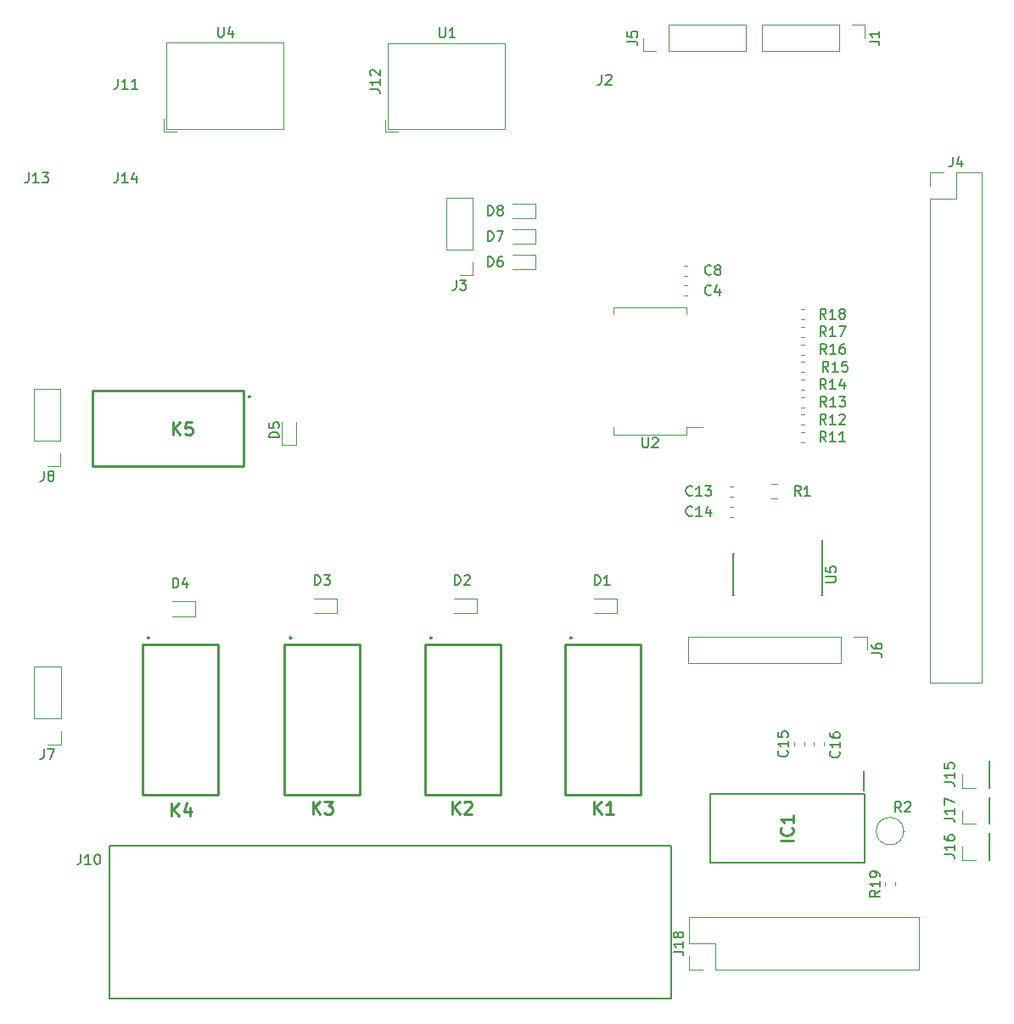
<source format=gbr>
G04 #@! TF.GenerationSoftware,KiCad,Pcbnew,5.0.2+dfsg1-1*
G04 #@! TF.CreationDate,2019-04-16T19:48:13-04:00*
G04 #@! TF.ProjectId,ThorntonAudio,54686f72-6e74-46f6-9e41-7564696f2e6b,rev?*
G04 #@! TF.SameCoordinates,Original*
G04 #@! TF.FileFunction,Legend,Top*
G04 #@! TF.FilePolarity,Positive*
%FSLAX46Y46*%
G04 Gerber Fmt 4.6, Leading zero omitted, Abs format (unit mm)*
G04 Created by KiCad (PCBNEW 5.0.2+dfsg1-1) date Tue 16 Apr 2019 07:48:13 PM EDT*
%MOMM*%
%LPD*%
G01*
G04 APERTURE LIST*
%ADD10C,0.120000*%
%ADD11C,0.254000*%
%ADD12C,0.200000*%
%ADD13C,0.150000*%
G04 APERTURE END LIST*
D10*
G04 #@! TO.C,R13*
X210374721Y-94990000D02*
X210700279Y-94990000D01*
X210374721Y-96010000D02*
X210700279Y-96010000D01*
G04 #@! TO.C,R12*
X210337221Y-97760000D02*
X210662779Y-97760000D01*
X210337221Y-96740000D02*
X210662779Y-96740000D01*
G04 #@! TO.C,R11*
X210337221Y-98490000D02*
X210662779Y-98490000D01*
X210337221Y-99510000D02*
X210662779Y-99510000D01*
G04 #@! TO.C,R15*
X210374721Y-92510000D02*
X210700279Y-92510000D01*
X210374721Y-91490000D02*
X210700279Y-91490000D01*
G04 #@! TO.C,R16*
X210374721Y-89740000D02*
X210700279Y-89740000D01*
X210374721Y-90760000D02*
X210700279Y-90760000D01*
G04 #@! TO.C,R17*
X210337221Y-89010000D02*
X210662779Y-89010000D01*
X210337221Y-87990000D02*
X210662779Y-87990000D01*
G04 #@! TO.C,R18*
X210337221Y-86240000D02*
X210662779Y-86240000D01*
X210337221Y-87260000D02*
X210662779Y-87260000D01*
G04 #@! TO.C,R14*
X210337221Y-94260000D02*
X210662779Y-94260000D01*
X210337221Y-93240000D02*
X210662779Y-93240000D01*
G04 #@! TO.C,R19*
X218705000Y-143725279D02*
X218705000Y-143399721D01*
X219725000Y-143725279D02*
X219725000Y-143399721D01*
G04 #@! TO.C,C16*
X212685000Y-129437221D02*
X212685000Y-129762779D01*
X211665000Y-129437221D02*
X211665000Y-129762779D01*
G04 #@! TO.C,C4*
X199030674Y-83831149D02*
X198705116Y-83831149D01*
X199030674Y-84851149D02*
X198705116Y-84851149D01*
G04 #@! TO.C,C8*
X199030674Y-82894000D02*
X198705116Y-82894000D01*
X199030674Y-81874000D02*
X198705116Y-81874000D01*
G04 #@! TO.C,U1*
X169129000Y-59690000D02*
X180850000Y-59690000D01*
X169129000Y-68310000D02*
X180850000Y-68310000D01*
X169129000Y-59690000D02*
X169129000Y-68310000D01*
X180850000Y-59690000D02*
X180850000Y-68310000D01*
X168889000Y-67310000D02*
X168889000Y-68550000D01*
X168889000Y-68550000D02*
X170129000Y-68550000D01*
G04 #@! TO.C,J7*
X136495000Y-121894000D02*
X133835000Y-121894000D01*
X136495000Y-127034000D02*
X136495000Y-121894000D01*
X133835000Y-127034000D02*
X133835000Y-121894000D01*
X136495000Y-127034000D02*
X133835000Y-127034000D01*
X136495000Y-128304000D02*
X136495000Y-129634000D01*
X136495000Y-129634000D02*
X135165000Y-129634000D01*
G04 #@! TO.C,J8*
X136469500Y-101914000D02*
X135139500Y-101914000D01*
X136469500Y-100584000D02*
X136469500Y-101914000D01*
X136469500Y-99314000D02*
X133809500Y-99314000D01*
X133809500Y-99314000D02*
X133809500Y-94174000D01*
X136469500Y-99314000D02*
X136469500Y-94174000D01*
X136469500Y-94174000D02*
X133809500Y-94174000D01*
G04 #@! TO.C,J3*
X177617500Y-75124000D02*
X174957500Y-75124000D01*
X177617500Y-80264000D02*
X177617500Y-75124000D01*
X174957500Y-80264000D02*
X174957500Y-75124000D01*
X177617500Y-80264000D02*
X174957500Y-80264000D01*
X177617500Y-81534000D02*
X177617500Y-82864000D01*
X177617500Y-82864000D02*
X176287500Y-82864000D01*
D11*
G04 #@! TO.C,K2*
X172851500Y-119634000D02*
X180351500Y-119634000D01*
X180351500Y-119634000D02*
X180351500Y-134634000D01*
X180351500Y-134634000D02*
X172851500Y-134634000D01*
X172851500Y-134634000D02*
X172851500Y-119634000D01*
X173527820Y-118997000D02*
G75*
G03X173527820Y-118997000I-76320J0D01*
G01*
G04 #@! TO.C,K3*
X159507820Y-118997000D02*
G75*
G03X159507820Y-118997000I-76320J0D01*
G01*
X158831500Y-134634000D02*
X158831500Y-119634000D01*
X166331500Y-134634000D02*
X158831500Y-134634000D01*
X166331500Y-119634000D02*
X166331500Y-134634000D01*
X158831500Y-119634000D02*
X166331500Y-119634000D01*
G04 #@! TO.C,K1*
X186821500Y-119634000D02*
X194321500Y-119634000D01*
X194321500Y-119634000D02*
X194321500Y-134634000D01*
X194321500Y-134634000D02*
X186821500Y-134634000D01*
X186821500Y-134634000D02*
X186821500Y-119634000D01*
X187497820Y-118997000D02*
G75*
G03X187497820Y-118997000I-76320J0D01*
G01*
G04 #@! TO.C,K5*
X155410820Y-94954000D02*
G75*
G03X155410820Y-94954000I-76320J0D01*
G01*
X139697500Y-94354000D02*
X154697500Y-94354000D01*
X139697500Y-101854000D02*
X139697500Y-94354000D01*
X154697500Y-101854000D02*
X139697500Y-101854000D01*
X154697500Y-94354000D02*
X154697500Y-101854000D01*
G04 #@! TO.C,K4*
X144657500Y-119634000D02*
X152157500Y-119634000D01*
X152157500Y-119634000D02*
X152157500Y-134634000D01*
X152157500Y-134634000D02*
X144657500Y-134634000D01*
X144657500Y-134634000D02*
X144657500Y-119634000D01*
X145333820Y-118997000D02*
G75*
G03X145333820Y-118997000I-76320J0D01*
G01*
D10*
G04 #@! TO.C,D6*
X183894000Y-80799000D02*
X181609000Y-80799000D01*
X183894000Y-82269000D02*
X183894000Y-80799000D01*
X181609000Y-82269000D02*
X183894000Y-82269000D01*
G04 #@! TO.C,D7*
X181609000Y-79729000D02*
X183894000Y-79729000D01*
X183894000Y-79729000D02*
X183894000Y-78259000D01*
X183894000Y-78259000D02*
X181609000Y-78259000D01*
G04 #@! TO.C,D8*
X183894000Y-75719000D02*
X181609000Y-75719000D01*
X183894000Y-77189000D02*
X183894000Y-75719000D01*
X181609000Y-77189000D02*
X183894000Y-77189000D01*
G04 #@! TO.C,D4*
X147607500Y-116847000D02*
X149892500Y-116847000D01*
X149892500Y-116847000D02*
X149892500Y-115377000D01*
X149892500Y-115377000D02*
X147607500Y-115377000D01*
G04 #@! TO.C,D3*
X164056500Y-115089000D02*
X161771500Y-115089000D01*
X164056500Y-116559000D02*
X164056500Y-115089000D01*
X161771500Y-116559000D02*
X164056500Y-116559000D01*
G04 #@! TO.C,D2*
X175741500Y-116559000D02*
X178026500Y-116559000D01*
X178026500Y-116559000D02*
X178026500Y-115089000D01*
X178026500Y-115089000D02*
X175741500Y-115089000D01*
G04 #@! TO.C,D5*
X160004500Y-99783000D02*
X160004500Y-97498000D01*
X158534500Y-99783000D02*
X160004500Y-99783000D01*
X158534500Y-97498000D02*
X158534500Y-99783000D01*
G04 #@! TO.C,D1*
X189711500Y-116559000D02*
X191996500Y-116559000D01*
X191996500Y-116559000D02*
X191996500Y-115089000D01*
X191996500Y-115089000D02*
X189711500Y-115089000D01*
G04 #@! TO.C,U2*
X200522500Y-98024000D02*
X198907500Y-98024000D01*
X198907500Y-98024000D02*
X198907500Y-98744000D01*
X198907500Y-98744000D02*
X191687500Y-98744000D01*
X191687500Y-98744000D02*
X191687500Y-98024000D01*
X198907500Y-86744000D02*
X198907500Y-86024000D01*
X198907500Y-86024000D02*
X191687500Y-86024000D01*
X191687500Y-86024000D02*
X191687500Y-86744000D01*
G04 #@! TO.C,J18*
X222150000Y-152080000D02*
X222150000Y-146880000D01*
X201770000Y-152080000D02*
X222150000Y-152080000D01*
X199170000Y-146880000D02*
X222150000Y-146880000D01*
X201770000Y-152080000D02*
X201770000Y-149480000D01*
X201770000Y-149480000D02*
X199170000Y-149480000D01*
X199170000Y-149480000D02*
X199170000Y-146880000D01*
X200500000Y-152080000D02*
X199170000Y-152080000D01*
X199170000Y-152080000D02*
X199170000Y-150750000D01*
G04 #@! TO.C,C15*
X210710000Y-129762779D02*
X210710000Y-129437221D01*
X209690000Y-129762779D02*
X209690000Y-129437221D01*
D12*
G04 #@! TO.C,IC1*
X216700000Y-134600000D02*
X216700000Y-141400000D01*
X216700000Y-141400000D02*
X201300000Y-141400000D01*
X201300000Y-141400000D02*
X201300000Y-134600000D01*
X201300000Y-134600000D02*
X216700000Y-134600000D01*
X216660000Y-132300000D02*
X216660000Y-134250000D01*
D10*
G04 #@! TO.C,R2*
X220605000Y-138275000D02*
G75*
G03X220605000Y-138275000I-1370000J0D01*
G01*
X220605000Y-138275000D02*
X220675000Y-138275000D01*
G04 #@! TO.C,J16*
X229130000Y-141130000D02*
X229130000Y-138470000D01*
X229070000Y-141130000D02*
X229130000Y-141130000D01*
X229070000Y-138470000D02*
X229130000Y-138470000D01*
X229070000Y-141130000D02*
X229070000Y-138470000D01*
X227800000Y-141130000D02*
X226470000Y-141130000D01*
X226470000Y-141130000D02*
X226470000Y-139800000D01*
G04 #@! TO.C,J15*
X226470000Y-133930000D02*
X226470000Y-132600000D01*
X227800000Y-133930000D02*
X226470000Y-133930000D01*
X229070000Y-133930000D02*
X229070000Y-131270000D01*
X229070000Y-131270000D02*
X229130000Y-131270000D01*
X229070000Y-133930000D02*
X229130000Y-133930000D01*
X229130000Y-133930000D02*
X229130000Y-131270000D01*
G04 #@! TO.C,J17*
X229130000Y-137530000D02*
X229130000Y-134870000D01*
X229070000Y-137530000D02*
X229130000Y-137530000D01*
X229070000Y-134870000D02*
X229130000Y-134870000D01*
X229070000Y-137530000D02*
X229070000Y-134870000D01*
X227800000Y-137530000D02*
X226470000Y-137530000D01*
X226470000Y-137530000D02*
X226470000Y-136200000D01*
G04 #@! TO.C,J6*
X199076000Y-118878000D02*
X199076000Y-121538000D01*
X214376000Y-118878000D02*
X199076000Y-118878000D01*
X214376000Y-121538000D02*
X199076000Y-121538000D01*
X214376000Y-118878000D02*
X214376000Y-121538000D01*
X215646000Y-118878000D02*
X216976000Y-118878000D01*
X216976000Y-118878000D02*
X216976000Y-120208000D01*
G04 #@! TO.C,C14*
X203591279Y-105916000D02*
X203265721Y-105916000D01*
X203591279Y-106936000D02*
X203265721Y-106936000D01*
G04 #@! TO.C,C13*
X203591279Y-104904000D02*
X203265721Y-104904000D01*
X203591279Y-103884000D02*
X203265721Y-103884000D01*
D13*
G04 #@! TO.C,U5*
X212476000Y-110607000D02*
X212451000Y-110607000D01*
X212476000Y-114757000D02*
X212361000Y-114757000D01*
X203576000Y-114757000D02*
X203691000Y-114757000D01*
X203576000Y-110607000D02*
X203691000Y-110607000D01*
X212476000Y-110607000D02*
X212476000Y-114757000D01*
X203576000Y-110607000D02*
X203576000Y-114757000D01*
X212451000Y-110607000D02*
X212451000Y-109232000D01*
D10*
G04 #@! TO.C,R1*
X207952078Y-105104000D02*
X207434922Y-105104000D01*
X207952078Y-103684000D02*
X207434922Y-103684000D01*
D13*
G04 #@! TO.C,J10*
X141380000Y-155000000D02*
X197380000Y-155000000D01*
X141380000Y-155000000D02*
X141380000Y-139760000D01*
X141380000Y-139760000D02*
X197380000Y-139760000D01*
X197380000Y-139760000D02*
X197380000Y-155000000D01*
D10*
G04 #@! TO.C,J5*
X204856000Y-60512000D02*
X204856000Y-57852000D01*
X197176000Y-60512000D02*
X204856000Y-60512000D01*
X197176000Y-57852000D02*
X204856000Y-57852000D01*
X197176000Y-60512000D02*
X197176000Y-57852000D01*
X195906000Y-60512000D02*
X194576000Y-60512000D01*
X194576000Y-60512000D02*
X194576000Y-59182000D01*
G04 #@! TO.C,J1*
X206453500Y-57852000D02*
X206453500Y-60512000D01*
X214133500Y-57852000D02*
X206453500Y-57852000D01*
X214133500Y-60512000D02*
X206453500Y-60512000D01*
X214133500Y-57852000D02*
X214133500Y-60512000D01*
X215403500Y-57852000D02*
X216733500Y-57852000D01*
X216733500Y-57852000D02*
X216733500Y-59182000D01*
G04 #@! TO.C,J4*
X223217500Y-123504000D02*
X228417500Y-123504000D01*
X223217500Y-75184000D02*
X223217500Y-123504000D01*
X228417500Y-72584000D02*
X228417500Y-123504000D01*
X223217500Y-75184000D02*
X225817500Y-75184000D01*
X225817500Y-75184000D02*
X225817500Y-72584000D01*
X225817500Y-72584000D02*
X228417500Y-72584000D01*
X223217500Y-73914000D02*
X223217500Y-72584000D01*
X223217500Y-72584000D02*
X224547500Y-72584000D01*
G04 #@! TO.C,U4*
X147029000Y-59640000D02*
X158750000Y-59640000D01*
X147029000Y-68260000D02*
X158750000Y-68260000D01*
X147029000Y-59640000D02*
X147029000Y-68260000D01*
X158750000Y-59640000D02*
X158750000Y-68260000D01*
X146789000Y-67260000D02*
X146789000Y-68500000D01*
X146789000Y-68500000D02*
X148029000Y-68500000D01*
G04 #@! TO.C,R13*
D13*
X212894642Y-95952380D02*
X212561309Y-95476190D01*
X212323214Y-95952380D02*
X212323214Y-94952380D01*
X212704166Y-94952380D01*
X212799404Y-95000000D01*
X212847023Y-95047619D01*
X212894642Y-95142857D01*
X212894642Y-95285714D01*
X212847023Y-95380952D01*
X212799404Y-95428571D01*
X212704166Y-95476190D01*
X212323214Y-95476190D01*
X213847023Y-95952380D02*
X213275595Y-95952380D01*
X213561309Y-95952380D02*
X213561309Y-94952380D01*
X213466071Y-95095238D01*
X213370833Y-95190476D01*
X213275595Y-95238095D01*
X214180357Y-94952380D02*
X214799404Y-94952380D01*
X214466071Y-95333333D01*
X214608928Y-95333333D01*
X214704166Y-95380952D01*
X214751785Y-95428571D01*
X214799404Y-95523809D01*
X214799404Y-95761904D01*
X214751785Y-95857142D01*
X214704166Y-95904761D01*
X214608928Y-95952380D01*
X214323214Y-95952380D01*
X214227976Y-95904761D01*
X214180357Y-95857142D01*
G04 #@! TO.C,R12*
X212857142Y-97702380D02*
X212523809Y-97226190D01*
X212285714Y-97702380D02*
X212285714Y-96702380D01*
X212666666Y-96702380D01*
X212761904Y-96750000D01*
X212809523Y-96797619D01*
X212857142Y-96892857D01*
X212857142Y-97035714D01*
X212809523Y-97130952D01*
X212761904Y-97178571D01*
X212666666Y-97226190D01*
X212285714Y-97226190D01*
X213809523Y-97702380D02*
X213238095Y-97702380D01*
X213523809Y-97702380D02*
X213523809Y-96702380D01*
X213428571Y-96845238D01*
X213333333Y-96940476D01*
X213238095Y-96988095D01*
X214190476Y-96797619D02*
X214238095Y-96750000D01*
X214333333Y-96702380D01*
X214571428Y-96702380D01*
X214666666Y-96750000D01*
X214714285Y-96797619D01*
X214761904Y-96892857D01*
X214761904Y-96988095D01*
X214714285Y-97130952D01*
X214142857Y-97702380D01*
X214761904Y-97702380D01*
G04 #@! TO.C,R11*
X212857142Y-99452380D02*
X212523809Y-98976190D01*
X212285714Y-99452380D02*
X212285714Y-98452380D01*
X212666666Y-98452380D01*
X212761904Y-98500000D01*
X212809523Y-98547619D01*
X212857142Y-98642857D01*
X212857142Y-98785714D01*
X212809523Y-98880952D01*
X212761904Y-98928571D01*
X212666666Y-98976190D01*
X212285714Y-98976190D01*
X213809523Y-99452380D02*
X213238095Y-99452380D01*
X213523809Y-99452380D02*
X213523809Y-98452380D01*
X213428571Y-98595238D01*
X213333333Y-98690476D01*
X213238095Y-98738095D01*
X214761904Y-99452380D02*
X214190476Y-99452380D01*
X214476190Y-99452380D02*
X214476190Y-98452380D01*
X214380952Y-98595238D01*
X214285714Y-98690476D01*
X214190476Y-98738095D01*
G04 #@! TO.C,R15*
X213094642Y-92452380D02*
X212761309Y-91976190D01*
X212523214Y-92452380D02*
X212523214Y-91452380D01*
X212904166Y-91452380D01*
X212999404Y-91500000D01*
X213047023Y-91547619D01*
X213094642Y-91642857D01*
X213094642Y-91785714D01*
X213047023Y-91880952D01*
X212999404Y-91928571D01*
X212904166Y-91976190D01*
X212523214Y-91976190D01*
X214047023Y-92452380D02*
X213475595Y-92452380D01*
X213761309Y-92452380D02*
X213761309Y-91452380D01*
X213666071Y-91595238D01*
X213570833Y-91690476D01*
X213475595Y-91738095D01*
X214951785Y-91452380D02*
X214475595Y-91452380D01*
X214427976Y-91928571D01*
X214475595Y-91880952D01*
X214570833Y-91833333D01*
X214808928Y-91833333D01*
X214904166Y-91880952D01*
X214951785Y-91928571D01*
X214999404Y-92023809D01*
X214999404Y-92261904D01*
X214951785Y-92357142D01*
X214904166Y-92404761D01*
X214808928Y-92452380D01*
X214570833Y-92452380D01*
X214475595Y-92404761D01*
X214427976Y-92357142D01*
G04 #@! TO.C,R16*
X212879641Y-90687379D02*
X212546308Y-90211189D01*
X212308213Y-90687379D02*
X212308213Y-89687379D01*
X212689165Y-89687379D01*
X212784403Y-89734999D01*
X212832022Y-89782618D01*
X212879641Y-89877856D01*
X212879641Y-90020713D01*
X212832022Y-90115951D01*
X212784403Y-90163570D01*
X212689165Y-90211189D01*
X212308213Y-90211189D01*
X213832022Y-90687379D02*
X213260594Y-90687379D01*
X213546308Y-90687379D02*
X213546308Y-89687379D01*
X213451070Y-89830237D01*
X213355832Y-89925475D01*
X213260594Y-89973094D01*
X214689165Y-89687379D02*
X214498689Y-89687379D01*
X214403451Y-89734999D01*
X214355832Y-89782618D01*
X214260594Y-89925475D01*
X214212975Y-90115951D01*
X214212975Y-90496903D01*
X214260594Y-90592141D01*
X214308213Y-90639760D01*
X214403451Y-90687379D01*
X214593927Y-90687379D01*
X214689165Y-90639760D01*
X214736784Y-90592141D01*
X214784403Y-90496903D01*
X214784403Y-90258808D01*
X214736784Y-90163570D01*
X214689165Y-90115951D01*
X214593927Y-90068332D01*
X214403451Y-90068332D01*
X214308213Y-90115951D01*
X214260594Y-90163570D01*
X214212975Y-90258808D01*
G04 #@! TO.C,R17*
X212857142Y-88952380D02*
X212523809Y-88476190D01*
X212285714Y-88952380D02*
X212285714Y-87952380D01*
X212666666Y-87952380D01*
X212761904Y-88000000D01*
X212809523Y-88047619D01*
X212857142Y-88142857D01*
X212857142Y-88285714D01*
X212809523Y-88380952D01*
X212761904Y-88428571D01*
X212666666Y-88476190D01*
X212285714Y-88476190D01*
X213809523Y-88952380D02*
X213238095Y-88952380D01*
X213523809Y-88952380D02*
X213523809Y-87952380D01*
X213428571Y-88095238D01*
X213333333Y-88190476D01*
X213238095Y-88238095D01*
X214142857Y-87952380D02*
X214809523Y-87952380D01*
X214380952Y-88952380D01*
G04 #@! TO.C,R18*
X212857142Y-87202380D02*
X212523809Y-86726190D01*
X212285714Y-87202380D02*
X212285714Y-86202380D01*
X212666666Y-86202380D01*
X212761904Y-86250000D01*
X212809523Y-86297619D01*
X212857142Y-86392857D01*
X212857142Y-86535714D01*
X212809523Y-86630952D01*
X212761904Y-86678571D01*
X212666666Y-86726190D01*
X212285714Y-86726190D01*
X213809523Y-87202380D02*
X213238095Y-87202380D01*
X213523809Y-87202380D02*
X213523809Y-86202380D01*
X213428571Y-86345238D01*
X213333333Y-86440476D01*
X213238095Y-86488095D01*
X214380952Y-86630952D02*
X214285714Y-86583333D01*
X214238095Y-86535714D01*
X214190476Y-86440476D01*
X214190476Y-86392857D01*
X214238095Y-86297619D01*
X214285714Y-86250000D01*
X214380952Y-86202380D01*
X214571428Y-86202380D01*
X214666666Y-86250000D01*
X214714285Y-86297619D01*
X214761904Y-86392857D01*
X214761904Y-86440476D01*
X214714285Y-86535714D01*
X214666666Y-86583333D01*
X214571428Y-86630952D01*
X214380952Y-86630952D01*
X214285714Y-86678571D01*
X214238095Y-86726190D01*
X214190476Y-86821428D01*
X214190476Y-87011904D01*
X214238095Y-87107142D01*
X214285714Y-87154761D01*
X214380952Y-87202380D01*
X214571428Y-87202380D01*
X214666666Y-87154761D01*
X214714285Y-87107142D01*
X214761904Y-87011904D01*
X214761904Y-86821428D01*
X214714285Y-86726190D01*
X214666666Y-86678571D01*
X214571428Y-86630952D01*
G04 #@! TO.C,R14*
X212857142Y-94202380D02*
X212523809Y-93726190D01*
X212285714Y-94202380D02*
X212285714Y-93202380D01*
X212666666Y-93202380D01*
X212761904Y-93250000D01*
X212809523Y-93297619D01*
X212857142Y-93392857D01*
X212857142Y-93535714D01*
X212809523Y-93630952D01*
X212761904Y-93678571D01*
X212666666Y-93726190D01*
X212285714Y-93726190D01*
X213809523Y-94202380D02*
X213238095Y-94202380D01*
X213523809Y-94202380D02*
X213523809Y-93202380D01*
X213428571Y-93345238D01*
X213333333Y-93440476D01*
X213238095Y-93488095D01*
X214666666Y-93535714D02*
X214666666Y-94202380D01*
X214428571Y-93154761D02*
X214190476Y-93869047D01*
X214809523Y-93869047D01*
G04 #@! TO.C,R19*
X218237380Y-144205357D02*
X217761190Y-144538690D01*
X218237380Y-144776785D02*
X217237380Y-144776785D01*
X217237380Y-144395833D01*
X217285000Y-144300595D01*
X217332619Y-144252976D01*
X217427857Y-144205357D01*
X217570714Y-144205357D01*
X217665952Y-144252976D01*
X217713571Y-144300595D01*
X217761190Y-144395833D01*
X217761190Y-144776785D01*
X218237380Y-143252976D02*
X218237380Y-143824404D01*
X218237380Y-143538690D02*
X217237380Y-143538690D01*
X217380238Y-143633928D01*
X217475476Y-143729166D01*
X217523095Y-143824404D01*
X218237380Y-142776785D02*
X218237380Y-142586309D01*
X218189761Y-142491071D01*
X218142142Y-142443452D01*
X217999285Y-142348214D01*
X217808809Y-142300595D01*
X217427857Y-142300595D01*
X217332619Y-142348214D01*
X217285000Y-142395833D01*
X217237380Y-142491071D01*
X217237380Y-142681547D01*
X217285000Y-142776785D01*
X217332619Y-142824404D01*
X217427857Y-142872023D01*
X217665952Y-142872023D01*
X217761190Y-142824404D01*
X217808809Y-142776785D01*
X217856428Y-142681547D01*
X217856428Y-142491071D01*
X217808809Y-142395833D01*
X217761190Y-142348214D01*
X217665952Y-142300595D01*
G04 #@! TO.C,C16*
X214132142Y-130317857D02*
X214179761Y-130365476D01*
X214227380Y-130508333D01*
X214227380Y-130603571D01*
X214179761Y-130746428D01*
X214084523Y-130841666D01*
X213989285Y-130889285D01*
X213798809Y-130936904D01*
X213655952Y-130936904D01*
X213465476Y-130889285D01*
X213370238Y-130841666D01*
X213275000Y-130746428D01*
X213227380Y-130603571D01*
X213227380Y-130508333D01*
X213275000Y-130365476D01*
X213322619Y-130317857D01*
X214227380Y-129365476D02*
X214227380Y-129936904D01*
X214227380Y-129651190D02*
X213227380Y-129651190D01*
X213370238Y-129746428D01*
X213465476Y-129841666D01*
X213513095Y-129936904D01*
X213227380Y-128508333D02*
X213227380Y-128698809D01*
X213275000Y-128794047D01*
X213322619Y-128841666D01*
X213465476Y-128936904D01*
X213655952Y-128984523D01*
X214036904Y-128984523D01*
X214132142Y-128936904D01*
X214179761Y-128889285D01*
X214227380Y-128794047D01*
X214227380Y-128603571D01*
X214179761Y-128508333D01*
X214132142Y-128460714D01*
X214036904Y-128413095D01*
X213798809Y-128413095D01*
X213703571Y-128460714D01*
X213655952Y-128508333D01*
X213608333Y-128603571D01*
X213608333Y-128794047D01*
X213655952Y-128889285D01*
X213703571Y-128936904D01*
X213798809Y-128984523D01*
G04 #@! TO.C,C4*
X201380833Y-84741142D02*
X201333214Y-84788761D01*
X201190357Y-84836380D01*
X201095119Y-84836380D01*
X200952261Y-84788761D01*
X200857023Y-84693523D01*
X200809404Y-84598285D01*
X200761785Y-84407809D01*
X200761785Y-84264952D01*
X200809404Y-84074476D01*
X200857023Y-83979238D01*
X200952261Y-83884000D01*
X201095119Y-83836380D01*
X201190357Y-83836380D01*
X201333214Y-83884000D01*
X201380833Y-83931619D01*
X202237976Y-84169714D02*
X202237976Y-84836380D01*
X201999880Y-83788761D02*
X201761785Y-84503047D01*
X202380833Y-84503047D01*
G04 #@! TO.C,C8*
X201380833Y-82741142D02*
X201333214Y-82788761D01*
X201190357Y-82836380D01*
X201095119Y-82836380D01*
X200952261Y-82788761D01*
X200857023Y-82693523D01*
X200809404Y-82598285D01*
X200761785Y-82407809D01*
X200761785Y-82264952D01*
X200809404Y-82074476D01*
X200857023Y-81979238D01*
X200952261Y-81884000D01*
X201095119Y-81836380D01*
X201190357Y-81836380D01*
X201333214Y-81884000D01*
X201380833Y-81931619D01*
X201952261Y-82264952D02*
X201857023Y-82217333D01*
X201809404Y-82169714D01*
X201761785Y-82074476D01*
X201761785Y-82026857D01*
X201809404Y-81931619D01*
X201857023Y-81884000D01*
X201952261Y-81836380D01*
X202142738Y-81836380D01*
X202237976Y-81884000D01*
X202285595Y-81931619D01*
X202333214Y-82026857D01*
X202333214Y-82074476D01*
X202285595Y-82169714D01*
X202237976Y-82217333D01*
X202142738Y-82264952D01*
X201952261Y-82264952D01*
X201857023Y-82312571D01*
X201809404Y-82360190D01*
X201761785Y-82455428D01*
X201761785Y-82645904D01*
X201809404Y-82741142D01*
X201857023Y-82788761D01*
X201952261Y-82836380D01*
X202142738Y-82836380D01*
X202237976Y-82788761D01*
X202285595Y-82741142D01*
X202333214Y-82645904D01*
X202333214Y-82455428D01*
X202285595Y-82360190D01*
X202237976Y-82312571D01*
X202142738Y-82264952D01*
G04 #@! TO.C,U1*
X174278095Y-58142380D02*
X174278095Y-58951904D01*
X174325714Y-59047142D01*
X174373333Y-59094761D01*
X174468571Y-59142380D01*
X174659047Y-59142380D01*
X174754285Y-59094761D01*
X174801904Y-59047142D01*
X174849523Y-58951904D01*
X174849523Y-58142380D01*
X175849523Y-59142380D02*
X175278095Y-59142380D01*
X175563809Y-59142380D02*
X175563809Y-58142380D01*
X175468571Y-58285238D01*
X175373333Y-58380476D01*
X175278095Y-58428095D01*
G04 #@! TO.C,J7*
X134831666Y-130086380D02*
X134831666Y-130800666D01*
X134784047Y-130943523D01*
X134688809Y-131038761D01*
X134545952Y-131086380D01*
X134450714Y-131086380D01*
X135212619Y-130086380D02*
X135879285Y-130086380D01*
X135450714Y-131086380D01*
G04 #@! TO.C,J8*
X134806166Y-102366380D02*
X134806166Y-103080666D01*
X134758547Y-103223523D01*
X134663309Y-103318761D01*
X134520452Y-103366380D01*
X134425214Y-103366380D01*
X135425214Y-102794952D02*
X135329976Y-102747333D01*
X135282357Y-102699714D01*
X135234738Y-102604476D01*
X135234738Y-102556857D01*
X135282357Y-102461619D01*
X135329976Y-102414000D01*
X135425214Y-102366380D01*
X135615690Y-102366380D01*
X135710928Y-102414000D01*
X135758547Y-102461619D01*
X135806166Y-102556857D01*
X135806166Y-102604476D01*
X135758547Y-102699714D01*
X135710928Y-102747333D01*
X135615690Y-102794952D01*
X135425214Y-102794952D01*
X135329976Y-102842571D01*
X135282357Y-102890190D01*
X135234738Y-102985428D01*
X135234738Y-103175904D01*
X135282357Y-103271142D01*
X135329976Y-103318761D01*
X135425214Y-103366380D01*
X135615690Y-103366380D01*
X135710928Y-103318761D01*
X135758547Y-103271142D01*
X135806166Y-103175904D01*
X135806166Y-102985428D01*
X135758547Y-102890190D01*
X135710928Y-102842571D01*
X135615690Y-102794952D01*
G04 #@! TO.C,J3*
X175954166Y-83316380D02*
X175954166Y-84030666D01*
X175906547Y-84173523D01*
X175811309Y-84268761D01*
X175668452Y-84316380D01*
X175573214Y-84316380D01*
X176335119Y-83316380D02*
X176954166Y-83316380D01*
X176620833Y-83697333D01*
X176763690Y-83697333D01*
X176858928Y-83744952D01*
X176906547Y-83792571D01*
X176954166Y-83887809D01*
X176954166Y-84125904D01*
X176906547Y-84221142D01*
X176858928Y-84268761D01*
X176763690Y-84316380D01*
X176477976Y-84316380D01*
X176382738Y-84268761D01*
X176335119Y-84221142D01*
G04 #@! TO.C,J2*
X190464166Y-62836380D02*
X190464166Y-63550666D01*
X190416547Y-63693523D01*
X190321309Y-63788761D01*
X190178452Y-63836380D01*
X190083214Y-63836380D01*
X190892738Y-62931619D02*
X190940357Y-62884000D01*
X191035595Y-62836380D01*
X191273690Y-62836380D01*
X191368928Y-62884000D01*
X191416547Y-62931619D01*
X191464166Y-63026857D01*
X191464166Y-63122095D01*
X191416547Y-63264952D01*
X190845119Y-63836380D01*
X191464166Y-63836380D01*
G04 #@! TO.C,K2*
D11*
X175562619Y-136574523D02*
X175562619Y-135304523D01*
X176288333Y-136574523D02*
X175744047Y-135848809D01*
X176288333Y-135304523D02*
X175562619Y-136030238D01*
X176772142Y-135425476D02*
X176832619Y-135365000D01*
X176953571Y-135304523D01*
X177255952Y-135304523D01*
X177376904Y-135365000D01*
X177437380Y-135425476D01*
X177497857Y-135546428D01*
X177497857Y-135667380D01*
X177437380Y-135848809D01*
X176711666Y-136574523D01*
X177497857Y-136574523D01*
G04 #@! TO.C,K3*
X161662619Y-136574523D02*
X161662619Y-135304523D01*
X162388333Y-136574523D02*
X161844047Y-135848809D01*
X162388333Y-135304523D02*
X161662619Y-136030238D01*
X162811666Y-135304523D02*
X163597857Y-135304523D01*
X163174523Y-135788333D01*
X163355952Y-135788333D01*
X163476904Y-135848809D01*
X163537380Y-135909285D01*
X163597857Y-136030238D01*
X163597857Y-136332619D01*
X163537380Y-136453571D01*
X163476904Y-136514047D01*
X163355952Y-136574523D01*
X162993095Y-136574523D01*
X162872142Y-136514047D01*
X162811666Y-136453571D01*
G04 #@! TO.C,K1*
X189713119Y-136574523D02*
X189713119Y-135304523D01*
X190438833Y-136574523D02*
X189894547Y-135848809D01*
X190438833Y-135304523D02*
X189713119Y-136030238D01*
X191648357Y-136574523D02*
X190922642Y-136574523D01*
X191285500Y-136574523D02*
X191285500Y-135304523D01*
X191164547Y-135485952D01*
X191043595Y-135606904D01*
X190922642Y-135667380D01*
G04 #@! TO.C,K5*
X147699119Y-98757523D02*
X147699119Y-97487523D01*
X148424833Y-98757523D02*
X147880547Y-98031809D01*
X148424833Y-97487523D02*
X147699119Y-98213238D01*
X149573880Y-97487523D02*
X148969119Y-97487523D01*
X148908642Y-98092285D01*
X148969119Y-98031809D01*
X149090071Y-97971333D01*
X149392452Y-97971333D01*
X149513404Y-98031809D01*
X149573880Y-98092285D01*
X149634357Y-98213238D01*
X149634357Y-98515619D01*
X149573880Y-98636571D01*
X149513404Y-98697047D01*
X149392452Y-98757523D01*
X149090071Y-98757523D01*
X148969119Y-98697047D01*
X148908642Y-98636571D01*
G04 #@! TO.C,K4*
X147562619Y-136774523D02*
X147562619Y-135504523D01*
X148288333Y-136774523D02*
X147744047Y-136048809D01*
X148288333Y-135504523D02*
X147562619Y-136230238D01*
X149376904Y-135927857D02*
X149376904Y-136774523D01*
X149074523Y-135444047D02*
X148772142Y-136351190D01*
X149558333Y-136351190D01*
G04 #@! TO.C,D6*
D13*
X179105404Y-81986380D02*
X179105404Y-80986380D01*
X179343500Y-80986380D01*
X179486357Y-81034000D01*
X179581595Y-81129238D01*
X179629214Y-81224476D01*
X179676833Y-81414952D01*
X179676833Y-81557809D01*
X179629214Y-81748285D01*
X179581595Y-81843523D01*
X179486357Y-81938761D01*
X179343500Y-81986380D01*
X179105404Y-81986380D01*
X180533976Y-80986380D02*
X180343500Y-80986380D01*
X180248261Y-81034000D01*
X180200642Y-81081619D01*
X180105404Y-81224476D01*
X180057785Y-81414952D01*
X180057785Y-81795904D01*
X180105404Y-81891142D01*
X180153023Y-81938761D01*
X180248261Y-81986380D01*
X180438738Y-81986380D01*
X180533976Y-81938761D01*
X180581595Y-81891142D01*
X180629214Y-81795904D01*
X180629214Y-81557809D01*
X180581595Y-81462571D01*
X180533976Y-81414952D01*
X180438738Y-81367333D01*
X180248261Y-81367333D01*
X180153023Y-81414952D01*
X180105404Y-81462571D01*
X180057785Y-81557809D01*
G04 #@! TO.C,D7*
X179105404Y-79446380D02*
X179105404Y-78446380D01*
X179343500Y-78446380D01*
X179486357Y-78494000D01*
X179581595Y-78589238D01*
X179629214Y-78684476D01*
X179676833Y-78874952D01*
X179676833Y-79017809D01*
X179629214Y-79208285D01*
X179581595Y-79303523D01*
X179486357Y-79398761D01*
X179343500Y-79446380D01*
X179105404Y-79446380D01*
X180010166Y-78446380D02*
X180676833Y-78446380D01*
X180248261Y-79446380D01*
G04 #@! TO.C,D8*
X179105404Y-76906380D02*
X179105404Y-75906380D01*
X179343500Y-75906380D01*
X179486357Y-75954000D01*
X179581595Y-76049238D01*
X179629214Y-76144476D01*
X179676833Y-76334952D01*
X179676833Y-76477809D01*
X179629214Y-76668285D01*
X179581595Y-76763523D01*
X179486357Y-76858761D01*
X179343500Y-76906380D01*
X179105404Y-76906380D01*
X180248261Y-76334952D02*
X180153023Y-76287333D01*
X180105404Y-76239714D01*
X180057785Y-76144476D01*
X180057785Y-76096857D01*
X180105404Y-76001619D01*
X180153023Y-75954000D01*
X180248261Y-75906380D01*
X180438738Y-75906380D01*
X180533976Y-75954000D01*
X180581595Y-76001619D01*
X180629214Y-76096857D01*
X180629214Y-76144476D01*
X180581595Y-76239714D01*
X180533976Y-76287333D01*
X180438738Y-76334952D01*
X180248261Y-76334952D01*
X180153023Y-76382571D01*
X180105404Y-76430190D01*
X180057785Y-76525428D01*
X180057785Y-76715904D01*
X180105404Y-76811142D01*
X180153023Y-76858761D01*
X180248261Y-76906380D01*
X180438738Y-76906380D01*
X180533976Y-76858761D01*
X180581595Y-76811142D01*
X180629214Y-76715904D01*
X180629214Y-76525428D01*
X180581595Y-76430190D01*
X180533976Y-76382571D01*
X180438738Y-76334952D01*
G04 #@! TO.C,D4*
X147669404Y-114024380D02*
X147669404Y-113024380D01*
X147907500Y-113024380D01*
X148050357Y-113072000D01*
X148145595Y-113167238D01*
X148193214Y-113262476D01*
X148240833Y-113452952D01*
X148240833Y-113595809D01*
X148193214Y-113786285D01*
X148145595Y-113881523D01*
X148050357Y-113976761D01*
X147907500Y-114024380D01*
X147669404Y-114024380D01*
X149097976Y-113357714D02*
X149097976Y-114024380D01*
X148859880Y-112976761D02*
X148621785Y-113691047D01*
X149240833Y-113691047D01*
G04 #@! TO.C,D3*
X161833404Y-113736380D02*
X161833404Y-112736380D01*
X162071500Y-112736380D01*
X162214357Y-112784000D01*
X162309595Y-112879238D01*
X162357214Y-112974476D01*
X162404833Y-113164952D01*
X162404833Y-113307809D01*
X162357214Y-113498285D01*
X162309595Y-113593523D01*
X162214357Y-113688761D01*
X162071500Y-113736380D01*
X161833404Y-113736380D01*
X162738166Y-112736380D02*
X163357214Y-112736380D01*
X163023880Y-113117333D01*
X163166738Y-113117333D01*
X163261976Y-113164952D01*
X163309595Y-113212571D01*
X163357214Y-113307809D01*
X163357214Y-113545904D01*
X163309595Y-113641142D01*
X163261976Y-113688761D01*
X163166738Y-113736380D01*
X162881023Y-113736380D01*
X162785785Y-113688761D01*
X162738166Y-113641142D01*
G04 #@! TO.C,D2*
X175803404Y-113736380D02*
X175803404Y-112736380D01*
X176041500Y-112736380D01*
X176184357Y-112784000D01*
X176279595Y-112879238D01*
X176327214Y-112974476D01*
X176374833Y-113164952D01*
X176374833Y-113307809D01*
X176327214Y-113498285D01*
X176279595Y-113593523D01*
X176184357Y-113688761D01*
X176041500Y-113736380D01*
X175803404Y-113736380D01*
X176755785Y-112831619D02*
X176803404Y-112784000D01*
X176898642Y-112736380D01*
X177136738Y-112736380D01*
X177231976Y-112784000D01*
X177279595Y-112831619D01*
X177327214Y-112926857D01*
X177327214Y-113022095D01*
X177279595Y-113164952D01*
X176708166Y-113736380D01*
X177327214Y-113736380D01*
G04 #@! TO.C,D5*
X158291880Y-99036095D02*
X157291880Y-99036095D01*
X157291880Y-98798000D01*
X157339500Y-98655142D01*
X157434738Y-98559904D01*
X157529976Y-98512285D01*
X157720452Y-98464666D01*
X157863309Y-98464666D01*
X158053785Y-98512285D01*
X158149023Y-98559904D01*
X158244261Y-98655142D01*
X158291880Y-98798000D01*
X158291880Y-99036095D01*
X157291880Y-97559904D02*
X157291880Y-98036095D01*
X157768071Y-98083714D01*
X157720452Y-98036095D01*
X157672833Y-97940857D01*
X157672833Y-97702761D01*
X157720452Y-97607523D01*
X157768071Y-97559904D01*
X157863309Y-97512285D01*
X158101404Y-97512285D01*
X158196642Y-97559904D01*
X158244261Y-97607523D01*
X158291880Y-97702761D01*
X158291880Y-97940857D01*
X158244261Y-98036095D01*
X158196642Y-98083714D01*
G04 #@! TO.C,D1*
X189773404Y-113736380D02*
X189773404Y-112736380D01*
X190011500Y-112736380D01*
X190154357Y-112784000D01*
X190249595Y-112879238D01*
X190297214Y-112974476D01*
X190344833Y-113164952D01*
X190344833Y-113307809D01*
X190297214Y-113498285D01*
X190249595Y-113593523D01*
X190154357Y-113688761D01*
X190011500Y-113736380D01*
X189773404Y-113736380D01*
X191297214Y-113736380D02*
X190725785Y-113736380D01*
X191011500Y-113736380D02*
X191011500Y-112736380D01*
X190916261Y-112879238D01*
X190821023Y-112974476D01*
X190725785Y-113022095D01*
G04 #@! TO.C,U2*
X194535595Y-99036380D02*
X194535595Y-99845904D01*
X194583214Y-99941142D01*
X194630833Y-99988761D01*
X194726071Y-100036380D01*
X194916547Y-100036380D01*
X195011785Y-99988761D01*
X195059404Y-99941142D01*
X195107023Y-99845904D01*
X195107023Y-99036380D01*
X195535595Y-99131619D02*
X195583214Y-99084000D01*
X195678452Y-99036380D01*
X195916547Y-99036380D01*
X196011785Y-99084000D01*
X196059404Y-99131619D01*
X196107023Y-99226857D01*
X196107023Y-99322095D01*
X196059404Y-99464952D01*
X195487976Y-100036380D01*
X196107023Y-100036380D01*
G04 #@! TO.C,J18*
X197622380Y-150289523D02*
X198336666Y-150289523D01*
X198479523Y-150337142D01*
X198574761Y-150432380D01*
X198622380Y-150575238D01*
X198622380Y-150670476D01*
X198622380Y-149289523D02*
X198622380Y-149860952D01*
X198622380Y-149575238D02*
X197622380Y-149575238D01*
X197765238Y-149670476D01*
X197860476Y-149765714D01*
X197908095Y-149860952D01*
X198050952Y-148718095D02*
X198003333Y-148813333D01*
X197955714Y-148860952D01*
X197860476Y-148908571D01*
X197812857Y-148908571D01*
X197717619Y-148860952D01*
X197670000Y-148813333D01*
X197622380Y-148718095D01*
X197622380Y-148527619D01*
X197670000Y-148432380D01*
X197717619Y-148384761D01*
X197812857Y-148337142D01*
X197860476Y-148337142D01*
X197955714Y-148384761D01*
X198003333Y-148432380D01*
X198050952Y-148527619D01*
X198050952Y-148718095D01*
X198098571Y-148813333D01*
X198146190Y-148860952D01*
X198241428Y-148908571D01*
X198431904Y-148908571D01*
X198527142Y-148860952D01*
X198574761Y-148813333D01*
X198622380Y-148718095D01*
X198622380Y-148527619D01*
X198574761Y-148432380D01*
X198527142Y-148384761D01*
X198431904Y-148337142D01*
X198241428Y-148337142D01*
X198146190Y-148384761D01*
X198098571Y-148432380D01*
X198050952Y-148527619D01*
G04 #@! TO.C,C15*
X208957142Y-130242857D02*
X209004761Y-130290476D01*
X209052380Y-130433333D01*
X209052380Y-130528571D01*
X209004761Y-130671428D01*
X208909523Y-130766666D01*
X208814285Y-130814285D01*
X208623809Y-130861904D01*
X208480952Y-130861904D01*
X208290476Y-130814285D01*
X208195238Y-130766666D01*
X208100000Y-130671428D01*
X208052380Y-130528571D01*
X208052380Y-130433333D01*
X208100000Y-130290476D01*
X208147619Y-130242857D01*
X209052380Y-129290476D02*
X209052380Y-129861904D01*
X209052380Y-129576190D02*
X208052380Y-129576190D01*
X208195238Y-129671428D01*
X208290476Y-129766666D01*
X208338095Y-129861904D01*
X208052380Y-128385714D02*
X208052380Y-128861904D01*
X208528571Y-128909523D01*
X208480952Y-128861904D01*
X208433333Y-128766666D01*
X208433333Y-128528571D01*
X208480952Y-128433333D01*
X208528571Y-128385714D01*
X208623809Y-128338095D01*
X208861904Y-128338095D01*
X208957142Y-128385714D01*
X209004761Y-128433333D01*
X209052380Y-128528571D01*
X209052380Y-128766666D01*
X209004761Y-128861904D01*
X208957142Y-128909523D01*
G04 #@! TO.C,IC1*
D11*
X209574523Y-139239761D02*
X208304523Y-139239761D01*
X209453571Y-137909285D02*
X209514047Y-137969761D01*
X209574523Y-138151190D01*
X209574523Y-138272142D01*
X209514047Y-138453571D01*
X209393095Y-138574523D01*
X209272142Y-138635000D01*
X209030238Y-138695476D01*
X208848809Y-138695476D01*
X208606904Y-138635000D01*
X208485952Y-138574523D01*
X208365000Y-138453571D01*
X208304523Y-138272142D01*
X208304523Y-138151190D01*
X208365000Y-137969761D01*
X208425476Y-137909285D01*
X209574523Y-136699761D02*
X209574523Y-137425476D01*
X209574523Y-137062619D02*
X208304523Y-137062619D01*
X208485952Y-137183571D01*
X208606904Y-137304523D01*
X208667380Y-137425476D01*
G04 #@! TO.C,R2*
D13*
X220338333Y-136357380D02*
X220005000Y-135881190D01*
X219766904Y-136357380D02*
X219766904Y-135357380D01*
X220147857Y-135357380D01*
X220243095Y-135405000D01*
X220290714Y-135452619D01*
X220338333Y-135547857D01*
X220338333Y-135690714D01*
X220290714Y-135785952D01*
X220243095Y-135833571D01*
X220147857Y-135881190D01*
X219766904Y-135881190D01*
X220719285Y-135452619D02*
X220766904Y-135405000D01*
X220862142Y-135357380D01*
X221100238Y-135357380D01*
X221195476Y-135405000D01*
X221243095Y-135452619D01*
X221290714Y-135547857D01*
X221290714Y-135643095D01*
X221243095Y-135785952D01*
X220671666Y-136357380D01*
X221290714Y-136357380D01*
G04 #@! TO.C,J16*
X224652380Y-140609523D02*
X225366666Y-140609523D01*
X225509523Y-140657142D01*
X225604761Y-140752380D01*
X225652380Y-140895238D01*
X225652380Y-140990476D01*
X225652380Y-139609523D02*
X225652380Y-140180952D01*
X225652380Y-139895238D02*
X224652380Y-139895238D01*
X224795238Y-139990476D01*
X224890476Y-140085714D01*
X224938095Y-140180952D01*
X224652380Y-138752380D02*
X224652380Y-138942857D01*
X224700000Y-139038095D01*
X224747619Y-139085714D01*
X224890476Y-139180952D01*
X225080952Y-139228571D01*
X225461904Y-139228571D01*
X225557142Y-139180952D01*
X225604761Y-139133333D01*
X225652380Y-139038095D01*
X225652380Y-138847619D01*
X225604761Y-138752380D01*
X225557142Y-138704761D01*
X225461904Y-138657142D01*
X225223809Y-138657142D01*
X225128571Y-138704761D01*
X225080952Y-138752380D01*
X225033333Y-138847619D01*
X225033333Y-139038095D01*
X225080952Y-139133333D01*
X225128571Y-139180952D01*
X225223809Y-139228571D01*
G04 #@! TO.C,J15*
X224652380Y-133409523D02*
X225366666Y-133409523D01*
X225509523Y-133457142D01*
X225604761Y-133552380D01*
X225652380Y-133695238D01*
X225652380Y-133790476D01*
X225652380Y-132409523D02*
X225652380Y-132980952D01*
X225652380Y-132695238D02*
X224652380Y-132695238D01*
X224795238Y-132790476D01*
X224890476Y-132885714D01*
X224938095Y-132980952D01*
X224652380Y-131504761D02*
X224652380Y-131980952D01*
X225128571Y-132028571D01*
X225080952Y-131980952D01*
X225033333Y-131885714D01*
X225033333Y-131647619D01*
X225080952Y-131552380D01*
X225128571Y-131504761D01*
X225223809Y-131457142D01*
X225461904Y-131457142D01*
X225557142Y-131504761D01*
X225604761Y-131552380D01*
X225652380Y-131647619D01*
X225652380Y-131885714D01*
X225604761Y-131980952D01*
X225557142Y-132028571D01*
G04 #@! TO.C,J17*
X224652380Y-137009523D02*
X225366666Y-137009523D01*
X225509523Y-137057142D01*
X225604761Y-137152380D01*
X225652380Y-137295238D01*
X225652380Y-137390476D01*
X225652380Y-136009523D02*
X225652380Y-136580952D01*
X225652380Y-136295238D02*
X224652380Y-136295238D01*
X224795238Y-136390476D01*
X224890476Y-136485714D01*
X224938095Y-136580952D01*
X224652380Y-135676190D02*
X224652380Y-135009523D01*
X225652380Y-135438095D01*
G04 #@! TO.C,J6*
X217428380Y-120541333D02*
X218142666Y-120541333D01*
X218285523Y-120588952D01*
X218380761Y-120684190D01*
X218428380Y-120827047D01*
X218428380Y-120922285D01*
X217428380Y-119636571D02*
X217428380Y-119827047D01*
X217476000Y-119922285D01*
X217523619Y-119969904D01*
X217666476Y-120065142D01*
X217856952Y-120112761D01*
X218237904Y-120112761D01*
X218333142Y-120065142D01*
X218380761Y-120017523D01*
X218428380Y-119922285D01*
X218428380Y-119731809D01*
X218380761Y-119636571D01*
X218333142Y-119588952D01*
X218237904Y-119541333D01*
X217999809Y-119541333D01*
X217904571Y-119588952D01*
X217856952Y-119636571D01*
X217809333Y-119731809D01*
X217809333Y-119922285D01*
X217856952Y-120017523D01*
X217904571Y-120065142D01*
X217999809Y-120112761D01*
G04 #@! TO.C,C14*
X199509142Y-106783142D02*
X199461523Y-106830761D01*
X199318666Y-106878380D01*
X199223428Y-106878380D01*
X199080571Y-106830761D01*
X198985333Y-106735523D01*
X198937714Y-106640285D01*
X198890095Y-106449809D01*
X198890095Y-106306952D01*
X198937714Y-106116476D01*
X198985333Y-106021238D01*
X199080571Y-105926000D01*
X199223428Y-105878380D01*
X199318666Y-105878380D01*
X199461523Y-105926000D01*
X199509142Y-105973619D01*
X200461523Y-106878380D02*
X199890095Y-106878380D01*
X200175809Y-106878380D02*
X200175809Y-105878380D01*
X200080571Y-106021238D01*
X199985333Y-106116476D01*
X199890095Y-106164095D01*
X201318666Y-106211714D02*
X201318666Y-106878380D01*
X201080571Y-105830761D02*
X200842476Y-106545047D01*
X201461523Y-106545047D01*
G04 #@! TO.C,C13*
X199509142Y-104751142D02*
X199461523Y-104798761D01*
X199318666Y-104846380D01*
X199223428Y-104846380D01*
X199080571Y-104798761D01*
X198985333Y-104703523D01*
X198937714Y-104608285D01*
X198890095Y-104417809D01*
X198890095Y-104274952D01*
X198937714Y-104084476D01*
X198985333Y-103989238D01*
X199080571Y-103894000D01*
X199223428Y-103846380D01*
X199318666Y-103846380D01*
X199461523Y-103894000D01*
X199509142Y-103941619D01*
X200461523Y-104846380D02*
X199890095Y-104846380D01*
X200175809Y-104846380D02*
X200175809Y-103846380D01*
X200080571Y-103989238D01*
X199985333Y-104084476D01*
X199890095Y-104132095D01*
X200794857Y-103846380D02*
X201413904Y-103846380D01*
X201080571Y-104227333D01*
X201223428Y-104227333D01*
X201318666Y-104274952D01*
X201366285Y-104322571D01*
X201413904Y-104417809D01*
X201413904Y-104655904D01*
X201366285Y-104751142D01*
X201318666Y-104798761D01*
X201223428Y-104846380D01*
X200937714Y-104846380D01*
X200842476Y-104798761D01*
X200794857Y-104751142D01*
G04 #@! TO.C,U5*
X212853380Y-113443904D02*
X213662904Y-113443904D01*
X213758142Y-113396285D01*
X213805761Y-113348666D01*
X213853380Y-113253428D01*
X213853380Y-113062952D01*
X213805761Y-112967714D01*
X213758142Y-112920095D01*
X213662904Y-112872476D01*
X212853380Y-112872476D01*
X212853380Y-111920095D02*
X212853380Y-112396285D01*
X213329571Y-112443904D01*
X213281952Y-112396285D01*
X213234333Y-112301047D01*
X213234333Y-112062952D01*
X213281952Y-111967714D01*
X213329571Y-111920095D01*
X213424809Y-111872476D01*
X213662904Y-111872476D01*
X213758142Y-111920095D01*
X213805761Y-111967714D01*
X213853380Y-112062952D01*
X213853380Y-112301047D01*
X213805761Y-112396285D01*
X213758142Y-112443904D01*
G04 #@! TO.C,R1*
X210320833Y-104846380D02*
X209987500Y-104370190D01*
X209749404Y-104846380D02*
X209749404Y-103846380D01*
X210130357Y-103846380D01*
X210225595Y-103894000D01*
X210273214Y-103941619D01*
X210320833Y-104036857D01*
X210320833Y-104179714D01*
X210273214Y-104274952D01*
X210225595Y-104322571D01*
X210130357Y-104370190D01*
X209749404Y-104370190D01*
X211273214Y-104846380D02*
X210701785Y-104846380D01*
X210987500Y-104846380D02*
X210987500Y-103846380D01*
X210892261Y-103989238D01*
X210797023Y-104084476D01*
X210701785Y-104132095D01*
G04 #@! TO.C,J10*
X138487976Y-140586380D02*
X138487976Y-141300666D01*
X138440357Y-141443523D01*
X138345119Y-141538761D01*
X138202261Y-141586380D01*
X138107023Y-141586380D01*
X139487976Y-141586380D02*
X138916547Y-141586380D01*
X139202261Y-141586380D02*
X139202261Y-140586380D01*
X139107023Y-140729238D01*
X139011785Y-140824476D01*
X138916547Y-140872095D01*
X140107023Y-140586380D02*
X140202261Y-140586380D01*
X140297500Y-140634000D01*
X140345119Y-140681619D01*
X140392738Y-140776857D01*
X140440357Y-140967333D01*
X140440357Y-141205428D01*
X140392738Y-141395904D01*
X140345119Y-141491142D01*
X140297500Y-141538761D01*
X140202261Y-141586380D01*
X140107023Y-141586380D01*
X140011785Y-141538761D01*
X139964166Y-141491142D01*
X139916547Y-141395904D01*
X139868928Y-141205428D01*
X139868928Y-140967333D01*
X139916547Y-140776857D01*
X139964166Y-140681619D01*
X140011785Y-140634000D01*
X140107023Y-140586380D01*
G04 #@! TO.C,J5*
X193028380Y-59515333D02*
X193742666Y-59515333D01*
X193885523Y-59562952D01*
X193980761Y-59658190D01*
X194028380Y-59801047D01*
X194028380Y-59896285D01*
X193028380Y-58562952D02*
X193028380Y-59039142D01*
X193504571Y-59086761D01*
X193456952Y-59039142D01*
X193409333Y-58943904D01*
X193409333Y-58705809D01*
X193456952Y-58610571D01*
X193504571Y-58562952D01*
X193599809Y-58515333D01*
X193837904Y-58515333D01*
X193933142Y-58562952D01*
X193980761Y-58610571D01*
X194028380Y-58705809D01*
X194028380Y-58943904D01*
X193980761Y-59039142D01*
X193933142Y-59086761D01*
G04 #@! TO.C,J13*
X133302476Y-72628380D02*
X133302476Y-73342666D01*
X133254857Y-73485523D01*
X133159619Y-73580761D01*
X133016761Y-73628380D01*
X132921523Y-73628380D01*
X134302476Y-73628380D02*
X133731047Y-73628380D01*
X134016761Y-73628380D02*
X134016761Y-72628380D01*
X133921523Y-72771238D01*
X133826285Y-72866476D01*
X133731047Y-72914095D01*
X134635809Y-72628380D02*
X135254857Y-72628380D01*
X134921523Y-73009333D01*
X135064380Y-73009333D01*
X135159619Y-73056952D01*
X135207238Y-73104571D01*
X135254857Y-73199809D01*
X135254857Y-73437904D01*
X135207238Y-73533142D01*
X135159619Y-73580761D01*
X135064380Y-73628380D01*
X134778666Y-73628380D01*
X134683428Y-73580761D01*
X134635809Y-73533142D01*
G04 #@! TO.C,J14*
X142190476Y-72608380D02*
X142190476Y-73322666D01*
X142142857Y-73465523D01*
X142047619Y-73560761D01*
X141904761Y-73608380D01*
X141809523Y-73608380D01*
X143190476Y-73608380D02*
X142619047Y-73608380D01*
X142904761Y-73608380D02*
X142904761Y-72608380D01*
X142809523Y-72751238D01*
X142714285Y-72846476D01*
X142619047Y-72894095D01*
X144047619Y-72941714D02*
X144047619Y-73608380D01*
X143809523Y-72560761D02*
X143571428Y-73275047D01*
X144190476Y-73275047D01*
G04 #@! TO.C,J1*
X217185880Y-59515333D02*
X217900166Y-59515333D01*
X218043023Y-59562952D01*
X218138261Y-59658190D01*
X218185880Y-59801047D01*
X218185880Y-59896285D01*
X218185880Y-58515333D02*
X218185880Y-59086761D01*
X218185880Y-58801047D02*
X217185880Y-58801047D01*
X217328738Y-58896285D01*
X217423976Y-58991523D01*
X217471595Y-59086761D01*
G04 #@! TO.C,J4*
X225484166Y-71036380D02*
X225484166Y-71750666D01*
X225436547Y-71893523D01*
X225341309Y-71988761D01*
X225198452Y-72036380D01*
X225103214Y-72036380D01*
X226388928Y-71369714D02*
X226388928Y-72036380D01*
X226150833Y-70988761D02*
X225912738Y-71703047D01*
X226531785Y-71703047D01*
G04 #@! TO.C,J11*
X142190476Y-63278380D02*
X142190476Y-63992666D01*
X142142857Y-64135523D01*
X142047619Y-64230761D01*
X141904761Y-64278380D01*
X141809523Y-64278380D01*
X143190476Y-64278380D02*
X142619047Y-64278380D01*
X142904761Y-64278380D02*
X142904761Y-63278380D01*
X142809523Y-63421238D01*
X142714285Y-63516476D01*
X142619047Y-63564095D01*
X144142857Y-64278380D02*
X143571428Y-64278380D01*
X143857142Y-64278380D02*
X143857142Y-63278380D01*
X143761904Y-63421238D01*
X143666666Y-63516476D01*
X143571428Y-63564095D01*
G04 #@! TO.C,J12*
X167358380Y-64309523D02*
X168072666Y-64309523D01*
X168215523Y-64357142D01*
X168310761Y-64452380D01*
X168358380Y-64595238D01*
X168358380Y-64690476D01*
X168358380Y-63309523D02*
X168358380Y-63880952D01*
X168358380Y-63595238D02*
X167358380Y-63595238D01*
X167501238Y-63690476D01*
X167596476Y-63785714D01*
X167644095Y-63880952D01*
X167453619Y-62928571D02*
X167406000Y-62880952D01*
X167358380Y-62785714D01*
X167358380Y-62547619D01*
X167406000Y-62452380D01*
X167453619Y-62404761D01*
X167548857Y-62357142D01*
X167644095Y-62357142D01*
X167786952Y-62404761D01*
X168358380Y-62976190D01*
X168358380Y-62357142D01*
G04 #@! TO.C,U4*
X152178095Y-58092380D02*
X152178095Y-58901904D01*
X152225714Y-58997142D01*
X152273333Y-59044761D01*
X152368571Y-59092380D01*
X152559047Y-59092380D01*
X152654285Y-59044761D01*
X152701904Y-58997142D01*
X152749523Y-58901904D01*
X152749523Y-58092380D01*
X153654285Y-58425714D02*
X153654285Y-59092380D01*
X153416190Y-58044761D02*
X153178095Y-58759047D01*
X153797142Y-58759047D01*
G04 #@! TD*
M02*

</source>
